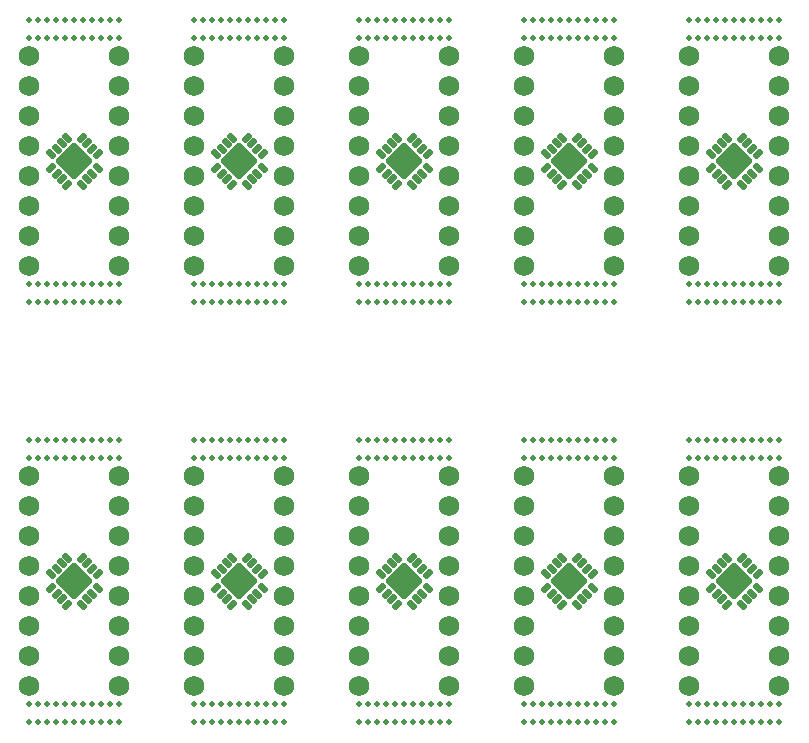
<source format=gbr>
%TF.GenerationSoftware,Altium Limited,Altium Designer,21.6.4 (81)*%
G04 Layer_Color=8388736*
%FSLAX26Y26*%
%MOIN*%
%TF.SameCoordinates,5FA90F47-3B47-4036-B415-51D33840892C*%
%TF.FilePolarity,Negative*%
%TF.FileFunction,Soldermask,Top*%
%TF.Part,CustomerPanel*%
G01*
G75*
%TA.AperFunction,ViaPad*%
%ADD14C,0.019685*%
%ADD17C,0.068000*%
%ADD18C,0.027685*%
%TA.AperFunction,SMDPad,CuDef*%
G04:AMPARAMS|DCode=23|XSize=90.677mil|YSize=90.677mil|CornerRadius=6.067mil|HoleSize=0mil|Usage=FLASHONLY|Rotation=315.000|XOffset=0mil|YOffset=0mil|HoleType=Round|Shape=RoundedRectangle|*
%AMROUNDEDRECTD23*
21,1,0.090677,0.078543,0,0,315.0*
21,1,0.078543,0.090677,0,0,315.0*
1,1,0.012134,0.000000,-0.055539*
1,1,0.012134,-0.055539,0.000000*
1,1,0.012134,0.000000,0.055539*
1,1,0.012134,0.055539,0.000000*
%
%ADD23ROUNDEDRECTD23*%
G04:AMPARAMS|DCode=24|XSize=19.811mil|YSize=37.528mil|CornerRadius=5.949mil|HoleSize=0mil|Usage=FLASHONLY|Rotation=315.000|XOffset=0mil|YOffset=0mil|HoleType=Round|Shape=RoundedRectangle|*
%AMROUNDEDRECTD24*
21,1,0.019811,0.025630,0,0,315.0*
21,1,0.007913,0.037528,0,0,315.0*
1,1,0.011898,-0.006264,-0.011859*
1,1,0.011898,-0.011859,-0.006264*
1,1,0.011898,0.006264,0.011859*
1,1,0.011898,0.011859,0.006264*
%
%ADD24ROUNDEDRECTD24*%
G04:AMPARAMS|DCode=25|XSize=19.811mil|YSize=37.528mil|CornerRadius=5.949mil|HoleSize=0mil|Usage=FLASHONLY|Rotation=45.000|XOffset=0mil|YOffset=0mil|HoleType=Round|Shape=RoundedRectangle|*
%AMROUNDEDRECTD25*
21,1,0.019811,0.025630,0,0,45.0*
21,1,0.007913,0.037528,0,0,45.0*
1,1,0.011898,0.011859,-0.006264*
1,1,0.011898,0.006264,-0.011859*
1,1,0.011898,-0.011859,0.006264*
1,1,0.011898,-0.006264,0.011859*
%
%ADD25ROUNDEDRECTD25*%
D14*
X1200000Y1055000D02*
D03*
X1230000D02*
D03*
X1260000D02*
D03*
X1290000D02*
D03*
X1320000D02*
D03*
X1350000D02*
D03*
X1380000D02*
D03*
X1410000D02*
D03*
X1440000D02*
D03*
X1470000D02*
D03*
X1500000D02*
D03*
Y1115000D02*
D03*
X1470000D02*
D03*
X1440000D02*
D03*
X1410000D02*
D03*
X1380000D02*
D03*
X1350000D02*
D03*
X1320000D02*
D03*
X1290000D02*
D03*
X1260000D02*
D03*
X1230000D02*
D03*
X1200000D02*
D03*
X1750000Y1055000D02*
D03*
X1780000D02*
D03*
X1810000D02*
D03*
X1840000D02*
D03*
X1870000D02*
D03*
X1900000D02*
D03*
X1930000D02*
D03*
X1960000D02*
D03*
X1990000D02*
D03*
X2020000D02*
D03*
X2050000D02*
D03*
Y1115000D02*
D03*
X2020000D02*
D03*
X1990000D02*
D03*
X1960000D02*
D03*
X1930000D02*
D03*
X1900000D02*
D03*
X1870000D02*
D03*
X1840000D02*
D03*
X1810000D02*
D03*
X1780000D02*
D03*
X1750000D02*
D03*
X2300000Y1055000D02*
D03*
X2330000D02*
D03*
X2360000D02*
D03*
X2390000D02*
D03*
X2420000D02*
D03*
X2450000D02*
D03*
X2480000D02*
D03*
X2510000D02*
D03*
X2540000D02*
D03*
X2570000D02*
D03*
X2600000D02*
D03*
Y1115000D02*
D03*
X2570000D02*
D03*
X2540000D02*
D03*
X2510000D02*
D03*
X2480000D02*
D03*
X2450000D02*
D03*
X2420000D02*
D03*
X2390000D02*
D03*
X2360000D02*
D03*
X2330000D02*
D03*
X2300000D02*
D03*
X2850000Y1055000D02*
D03*
X2880000D02*
D03*
X2910000D02*
D03*
X2940000D02*
D03*
X2970000D02*
D03*
X3000000D02*
D03*
X3030000D02*
D03*
X3060000D02*
D03*
X3090000D02*
D03*
X3120000D02*
D03*
X3150000D02*
D03*
Y1115000D02*
D03*
X3120000D02*
D03*
X3090000D02*
D03*
X3060000D02*
D03*
X3030000D02*
D03*
X3000000D02*
D03*
X2970000D02*
D03*
X2940000D02*
D03*
X2910000D02*
D03*
X2880000D02*
D03*
X2850000D02*
D03*
X3400000Y1055000D02*
D03*
X3430000D02*
D03*
X3460000D02*
D03*
X3490000D02*
D03*
X3520000D02*
D03*
X3550000D02*
D03*
X3580000D02*
D03*
X3610000D02*
D03*
X3640000D02*
D03*
X3670000D02*
D03*
X3700000D02*
D03*
Y1115000D02*
D03*
X3670000D02*
D03*
X3640000D02*
D03*
X3610000D02*
D03*
X3580000D02*
D03*
X3550000D02*
D03*
X3520000D02*
D03*
X3490000D02*
D03*
X3460000D02*
D03*
X3430000D02*
D03*
X3400000D02*
D03*
X3700000Y1935000D02*
D03*
Y1995000D02*
D03*
X3670000D02*
D03*
X3640000D02*
D03*
X3610000D02*
D03*
Y1935000D02*
D03*
X3640000D02*
D03*
X3670000D02*
D03*
X3580000D02*
D03*
X3550000D02*
D03*
X3520000D02*
D03*
Y1995000D02*
D03*
X3550000D02*
D03*
X3580000D02*
D03*
X3490000D02*
D03*
X3460000D02*
D03*
X3430000D02*
D03*
X3400000D02*
D03*
Y1935000D02*
D03*
X3430000D02*
D03*
X3460000D02*
D03*
X3490000D02*
D03*
X3150000D02*
D03*
X3120000D02*
D03*
Y1995000D02*
D03*
X3150000D02*
D03*
X3090000D02*
D03*
X3060000D02*
D03*
X3030000D02*
D03*
X3000000D02*
D03*
Y1935000D02*
D03*
X3030000D02*
D03*
X3060000D02*
D03*
X3090000D02*
D03*
X2970000D02*
D03*
X2940000D02*
D03*
X2910000D02*
D03*
Y1995000D02*
D03*
X2940000D02*
D03*
X2970000D02*
D03*
X2880000D02*
D03*
X2850000D02*
D03*
Y1935000D02*
D03*
X2880000D02*
D03*
X2600000D02*
D03*
Y1995000D02*
D03*
X2570000D02*
D03*
X2540000D02*
D03*
X2510000D02*
D03*
Y1935000D02*
D03*
X2540000D02*
D03*
X2570000D02*
D03*
X2480000D02*
D03*
X2450000D02*
D03*
X2420000D02*
D03*
Y1995000D02*
D03*
X2450000D02*
D03*
X2480000D02*
D03*
X2390000D02*
D03*
X2360000D02*
D03*
X2330000D02*
D03*
X2300000D02*
D03*
Y1935000D02*
D03*
X2330000D02*
D03*
X2360000D02*
D03*
X2390000D02*
D03*
X2050000D02*
D03*
X2020000D02*
D03*
Y1995000D02*
D03*
X2050000D02*
D03*
X1990000D02*
D03*
X1960000D02*
D03*
X1930000D02*
D03*
X1900000D02*
D03*
Y1935000D02*
D03*
X1930000D02*
D03*
X1960000D02*
D03*
X1990000D02*
D03*
X1870000D02*
D03*
X1840000D02*
D03*
X1810000D02*
D03*
Y1995000D02*
D03*
X1840000D02*
D03*
X1870000D02*
D03*
X1780000D02*
D03*
X1750000D02*
D03*
Y1935000D02*
D03*
X1780000D02*
D03*
X1500000D02*
D03*
Y1995000D02*
D03*
X1470000D02*
D03*
X1440000D02*
D03*
X1410000D02*
D03*
Y1935000D02*
D03*
X1440000D02*
D03*
X1470000D02*
D03*
X1380000D02*
D03*
X1350000D02*
D03*
X1320000D02*
D03*
Y1995000D02*
D03*
X1350000D02*
D03*
X1380000D02*
D03*
X1290000D02*
D03*
X1260000D02*
D03*
X1230000D02*
D03*
X1200000D02*
D03*
Y1935000D02*
D03*
X1230000D02*
D03*
X1260000D02*
D03*
X1290000D02*
D03*
X1750000Y2455000D02*
D03*
X1780000D02*
D03*
X1810000D02*
D03*
X1840000D02*
D03*
X1870000D02*
D03*
X1900000D02*
D03*
X1930000D02*
D03*
X1960000D02*
D03*
X1990000D02*
D03*
X2020000D02*
D03*
X2050000D02*
D03*
Y2515000D02*
D03*
X2020000D02*
D03*
X1990000D02*
D03*
X1960000D02*
D03*
X1930000D02*
D03*
X1900000D02*
D03*
X1870000D02*
D03*
X1840000D02*
D03*
X1810000D02*
D03*
X1780000D02*
D03*
X1750000D02*
D03*
X1500000D02*
D03*
Y2455000D02*
D03*
X1470000Y2515000D02*
D03*
X1440000D02*
D03*
X1410000D02*
D03*
Y2455000D02*
D03*
X1440000D02*
D03*
X1470000D02*
D03*
X1380000Y2515000D02*
D03*
X1350000D02*
D03*
X1320000D02*
D03*
Y2455000D02*
D03*
X1350000D02*
D03*
X1380000D02*
D03*
X1290000Y2515000D02*
D03*
X1260000D02*
D03*
X1230000D02*
D03*
X1200000D02*
D03*
Y2455000D02*
D03*
X1230000D02*
D03*
X1260000D02*
D03*
X1290000D02*
D03*
X2020000Y3335000D02*
D03*
X2050000D02*
D03*
Y3395000D02*
D03*
X2020000D02*
D03*
X1990000D02*
D03*
X1960000D02*
D03*
X1930000D02*
D03*
X1900000D02*
D03*
Y3335000D02*
D03*
X1930000D02*
D03*
X1960000D02*
D03*
X1990000D02*
D03*
X1870000D02*
D03*
X1840000D02*
D03*
X1810000D02*
D03*
Y3395000D02*
D03*
X1840000D02*
D03*
X1870000D02*
D03*
X1780000D02*
D03*
X1750000D02*
D03*
Y3335000D02*
D03*
X1780000D02*
D03*
X1500000D02*
D03*
Y3395000D02*
D03*
X1470000D02*
D03*
X1440000D02*
D03*
X1410000D02*
D03*
Y3335000D02*
D03*
X1440000D02*
D03*
X1470000D02*
D03*
X1380000D02*
D03*
X1350000D02*
D03*
X1320000D02*
D03*
Y3395000D02*
D03*
X1350000D02*
D03*
X1380000D02*
D03*
X1290000D02*
D03*
X1260000D02*
D03*
X1230000D02*
D03*
X1200000D02*
D03*
Y3335000D02*
D03*
X1230000D02*
D03*
X1260000D02*
D03*
X1290000D02*
D03*
X2300000Y2455000D02*
D03*
X2330000D02*
D03*
X2360000D02*
D03*
X2390000D02*
D03*
X2420000D02*
D03*
X2450000D02*
D03*
X2480000D02*
D03*
X2510000D02*
D03*
X2540000D02*
D03*
X2570000D02*
D03*
X2600000D02*
D03*
Y2515000D02*
D03*
X2570000D02*
D03*
X2540000D02*
D03*
X2510000D02*
D03*
X2480000D02*
D03*
X2450000D02*
D03*
X2420000D02*
D03*
X2390000D02*
D03*
X2360000D02*
D03*
X2330000D02*
D03*
X2300000D02*
D03*
X2850000Y2455000D02*
D03*
X2880000D02*
D03*
X2910000D02*
D03*
X2940000D02*
D03*
X2970000D02*
D03*
X3000000D02*
D03*
X3030000D02*
D03*
X3060000D02*
D03*
X3090000D02*
D03*
X3120000D02*
D03*
X3150000D02*
D03*
Y2515000D02*
D03*
X3120000D02*
D03*
X3090000D02*
D03*
X3060000D02*
D03*
X3030000D02*
D03*
X3000000D02*
D03*
X2970000D02*
D03*
X2940000D02*
D03*
X2910000D02*
D03*
X2880000D02*
D03*
X2850000D02*
D03*
X3400000Y2455000D02*
D03*
X3430000D02*
D03*
X3460000D02*
D03*
X3490000D02*
D03*
X3520000D02*
D03*
X3550000D02*
D03*
X3580000D02*
D03*
X3610000D02*
D03*
X3640000D02*
D03*
X3670000D02*
D03*
X3700000D02*
D03*
Y2515000D02*
D03*
X3670000D02*
D03*
X3640000D02*
D03*
X3610000D02*
D03*
X3580000D02*
D03*
X3550000D02*
D03*
X3520000D02*
D03*
X3490000D02*
D03*
X3460000D02*
D03*
X3430000D02*
D03*
X3400000D02*
D03*
X3700000Y3335000D02*
D03*
Y3395000D02*
D03*
X3670000D02*
D03*
X3640000D02*
D03*
X3610000D02*
D03*
Y3335000D02*
D03*
X3640000D02*
D03*
X3670000D02*
D03*
X3580000D02*
D03*
X3550000D02*
D03*
X3520000D02*
D03*
Y3395000D02*
D03*
X3550000D02*
D03*
X3580000D02*
D03*
X3490000D02*
D03*
X3460000D02*
D03*
X3430000D02*
D03*
X3400000D02*
D03*
Y3335000D02*
D03*
X3430000D02*
D03*
X3460000D02*
D03*
X3490000D02*
D03*
X3150000D02*
D03*
X3120000D02*
D03*
Y3395000D02*
D03*
X3150000D02*
D03*
X3090000D02*
D03*
X3060000D02*
D03*
X3030000D02*
D03*
X3000000D02*
D03*
Y3335000D02*
D03*
X3030000D02*
D03*
X3060000D02*
D03*
X3090000D02*
D03*
X2970000D02*
D03*
X2940000D02*
D03*
X2910000D02*
D03*
Y3395000D02*
D03*
X2940000D02*
D03*
X2970000D02*
D03*
X2880000D02*
D03*
X2850000D02*
D03*
Y3335000D02*
D03*
X2880000D02*
D03*
X2600000D02*
D03*
Y3395000D02*
D03*
X2570000D02*
D03*
X2540000D02*
D03*
X2510000D02*
D03*
Y3335000D02*
D03*
X2540000D02*
D03*
X2570000D02*
D03*
X2480000D02*
D03*
X2450000D02*
D03*
X2420000D02*
D03*
Y3395000D02*
D03*
X2450000D02*
D03*
X2480000D02*
D03*
X2390000D02*
D03*
X2360000D02*
D03*
X2330000D02*
D03*
X2300000D02*
D03*
Y3335000D02*
D03*
X2330000D02*
D03*
X2360000D02*
D03*
X2390000D02*
D03*
D17*
X1200000Y1175000D02*
D03*
Y1275000D02*
D03*
Y1375000D02*
D03*
Y1475000D02*
D03*
Y1575000D02*
D03*
Y1675000D02*
D03*
Y1775000D02*
D03*
Y1875000D02*
D03*
X1500000Y1575000D02*
D03*
Y1475000D02*
D03*
Y1375000D02*
D03*
Y1275000D02*
D03*
Y1175000D02*
D03*
X1750000D02*
D03*
Y1275000D02*
D03*
Y1375000D02*
D03*
Y1475000D02*
D03*
Y1575000D02*
D03*
Y1675000D02*
D03*
Y1775000D02*
D03*
Y1875000D02*
D03*
X1500000D02*
D03*
Y1775000D02*
D03*
Y1675000D02*
D03*
X2050000Y1175000D02*
D03*
Y1275000D02*
D03*
Y1375000D02*
D03*
Y1475000D02*
D03*
Y1575000D02*
D03*
Y1675000D02*
D03*
Y1775000D02*
D03*
Y1875000D02*
D03*
X2300000Y1575000D02*
D03*
Y1475000D02*
D03*
Y1375000D02*
D03*
Y1275000D02*
D03*
Y1175000D02*
D03*
X2600000D02*
D03*
Y1275000D02*
D03*
Y1375000D02*
D03*
Y1475000D02*
D03*
Y1575000D02*
D03*
Y1675000D02*
D03*
Y1775000D02*
D03*
Y1875000D02*
D03*
X2850000Y1675000D02*
D03*
Y1575000D02*
D03*
Y1475000D02*
D03*
Y1375000D02*
D03*
Y1275000D02*
D03*
Y1175000D02*
D03*
X3150000D02*
D03*
Y1275000D02*
D03*
Y1375000D02*
D03*
Y1475000D02*
D03*
Y1575000D02*
D03*
Y1675000D02*
D03*
Y1775000D02*
D03*
Y1875000D02*
D03*
X3400000Y1575000D02*
D03*
Y1475000D02*
D03*
Y1375000D02*
D03*
Y1275000D02*
D03*
Y1175000D02*
D03*
X3700000D02*
D03*
Y1275000D02*
D03*
Y1375000D02*
D03*
Y1475000D02*
D03*
Y1575000D02*
D03*
Y1675000D02*
D03*
Y1775000D02*
D03*
Y1875000D02*
D03*
X3400000D02*
D03*
Y1775000D02*
D03*
Y1675000D02*
D03*
X2850000Y1875000D02*
D03*
Y1775000D02*
D03*
X2300000Y1875000D02*
D03*
Y1775000D02*
D03*
Y1675000D02*
D03*
X3150000Y2575000D02*
D03*
Y2675000D02*
D03*
Y2775000D02*
D03*
Y2875000D02*
D03*
Y2975000D02*
D03*
Y3075000D02*
D03*
Y3175000D02*
D03*
Y3275000D02*
D03*
X3400000Y2975000D02*
D03*
Y2875000D02*
D03*
Y2775000D02*
D03*
Y2675000D02*
D03*
Y2575000D02*
D03*
X3700000D02*
D03*
Y2675000D02*
D03*
Y2775000D02*
D03*
Y2875000D02*
D03*
Y2975000D02*
D03*
Y3075000D02*
D03*
Y3175000D02*
D03*
Y3275000D02*
D03*
X3400000D02*
D03*
Y3175000D02*
D03*
Y3075000D02*
D03*
X2850000Y3275000D02*
D03*
Y3175000D02*
D03*
Y3075000D02*
D03*
Y2975000D02*
D03*
Y2875000D02*
D03*
Y2775000D02*
D03*
Y2675000D02*
D03*
Y2575000D02*
D03*
X2600000Y2775000D02*
D03*
Y2675000D02*
D03*
Y2575000D02*
D03*
Y2875000D02*
D03*
Y2975000D02*
D03*
Y3075000D02*
D03*
Y3175000D02*
D03*
Y3275000D02*
D03*
X2300000D02*
D03*
Y3175000D02*
D03*
Y3075000D02*
D03*
Y2975000D02*
D03*
Y2875000D02*
D03*
Y2775000D02*
D03*
Y2675000D02*
D03*
Y2575000D02*
D03*
X2050000Y2875000D02*
D03*
Y2775000D02*
D03*
Y2675000D02*
D03*
Y2575000D02*
D03*
X1750000Y2875000D02*
D03*
Y2775000D02*
D03*
Y2675000D02*
D03*
Y2575000D02*
D03*
X1500000Y2775000D02*
D03*
Y2675000D02*
D03*
Y2575000D02*
D03*
Y2875000D02*
D03*
Y2975000D02*
D03*
Y3075000D02*
D03*
Y3175000D02*
D03*
Y3275000D02*
D03*
X1750000Y3075000D02*
D03*
Y2975000D02*
D03*
Y3175000D02*
D03*
Y3275000D02*
D03*
X2050000Y2975000D02*
D03*
Y3075000D02*
D03*
Y3175000D02*
D03*
Y3275000D02*
D03*
X1200000D02*
D03*
Y3175000D02*
D03*
Y3075000D02*
D03*
Y2975000D02*
D03*
Y2875000D02*
D03*
Y2775000D02*
D03*
Y2675000D02*
D03*
Y2575000D02*
D03*
D18*
X1327730Y1502730D02*
D03*
X1372272D02*
D03*
Y1547272D02*
D03*
X1327730D02*
D03*
X1877730D02*
D03*
Y1502730D02*
D03*
X1922272D02*
D03*
Y1547272D02*
D03*
X2427730D02*
D03*
X2472272D02*
D03*
Y1502730D02*
D03*
X2427730D02*
D03*
X2977730D02*
D03*
Y1547272D02*
D03*
X3022272D02*
D03*
Y1502730D02*
D03*
X3527730D02*
D03*
X3572272D02*
D03*
Y1547272D02*
D03*
X3527730D02*
D03*
Y2902730D02*
D03*
X3572272D02*
D03*
Y2947272D02*
D03*
X3527730D02*
D03*
X3022272D02*
D03*
Y2902730D02*
D03*
X2977730D02*
D03*
Y2947272D02*
D03*
X2472272D02*
D03*
Y2902730D02*
D03*
X2427730D02*
D03*
Y2947272D02*
D03*
X1922272D02*
D03*
Y2902730D02*
D03*
X1877730D02*
D03*
Y2947272D02*
D03*
X1372272D02*
D03*
Y2902730D02*
D03*
X1327730D02*
D03*
Y2947272D02*
D03*
D23*
X1350000Y1525000D02*
D03*
X1900000D02*
D03*
X2450000D02*
D03*
X3000000D02*
D03*
X3550000D02*
D03*
Y2925000D02*
D03*
X3000000D02*
D03*
X2450000D02*
D03*
X1900000D02*
D03*
X1350000D02*
D03*
D24*
X1326338Y1447052D02*
D03*
X1308242Y1465148D02*
D03*
X1409854Y1566760D02*
D03*
X1427950Y1548664D02*
D03*
X1373664Y1602950D02*
D03*
X1391758Y1584856D02*
D03*
X1272052Y1501338D02*
D03*
X1290146Y1483242D02*
D03*
X1840146D02*
D03*
X1858242Y1465148D02*
D03*
X1876338Y1447052D02*
D03*
X1941758Y1584856D02*
D03*
X1959854Y1566760D02*
D03*
X1977950Y1548664D02*
D03*
X1923664Y1602950D02*
D03*
X1822052Y1501338D02*
D03*
X2390146Y1483242D02*
D03*
X2408242Y1465148D02*
D03*
X2426338Y1447052D02*
D03*
X2509854Y1566760D02*
D03*
X2527950Y1548664D02*
D03*
X2473664Y1602950D02*
D03*
X2491758Y1584856D02*
D03*
X2372052Y1501338D02*
D03*
X2940146Y1483242D02*
D03*
X2958242Y1465148D02*
D03*
X2976338Y1447052D02*
D03*
X3041758Y1584856D02*
D03*
X3059854Y1566760D02*
D03*
X3077950Y1548664D02*
D03*
X3023664Y1602950D02*
D03*
X2922052Y1501338D02*
D03*
X3490146Y1483242D02*
D03*
X3508242Y1465148D02*
D03*
X3526338Y1447052D02*
D03*
X3609854Y1566760D02*
D03*
X3627950Y1548664D02*
D03*
X3573664Y1602950D02*
D03*
X3591758Y1584856D02*
D03*
X3472052Y1501338D02*
D03*
X3526338Y2847052D02*
D03*
X3508242Y2865148D02*
D03*
X3609854Y2966760D02*
D03*
X3627950Y2948664D02*
D03*
X3573664Y3002950D02*
D03*
X3591758Y2984856D02*
D03*
X3472052Y2901338D02*
D03*
X3490146Y2883242D02*
D03*
X3023664Y3002950D02*
D03*
X3041758Y2984856D02*
D03*
X3059854Y2966760D02*
D03*
X3077950Y2948664D02*
D03*
X2922052Y2901338D02*
D03*
X2940146Y2883242D02*
D03*
X2958242Y2865148D02*
D03*
X2976338Y2847052D02*
D03*
X2527950Y2948664D02*
D03*
X2509854Y2966760D02*
D03*
X2473664Y3002950D02*
D03*
X2491758Y2984856D02*
D03*
X2426338Y2847052D02*
D03*
X2408242Y2865148D02*
D03*
X2372052Y2901338D02*
D03*
X2390146Y2883242D02*
D03*
X1923664Y3002950D02*
D03*
X1941758Y2984856D02*
D03*
X1959854Y2966760D02*
D03*
X1977950Y2948664D02*
D03*
X1822052Y2901338D02*
D03*
X1840146Y2883242D02*
D03*
X1858242Y2865148D02*
D03*
X1876338Y2847052D02*
D03*
X1427950Y2948664D02*
D03*
X1409854Y2966760D02*
D03*
X1373664Y3002950D02*
D03*
X1391758Y2984856D02*
D03*
X1326338Y2847052D02*
D03*
X1308242Y2865148D02*
D03*
X1272052Y2901338D02*
D03*
X1290146Y2883242D02*
D03*
D25*
X1409854Y1483242D02*
D03*
X1427948Y1501338D02*
D03*
X1326338Y1602948D02*
D03*
X1308242Y1584854D02*
D03*
X1391758Y1465148D02*
D03*
X1373662Y1447052D02*
D03*
X1272052Y1548662D02*
D03*
X1290148Y1566758D02*
D03*
X1822052Y1548662D02*
D03*
X1840148Y1566758D02*
D03*
X1858242Y1584854D02*
D03*
X1941758Y1465148D02*
D03*
X1959854Y1483242D02*
D03*
X1923662Y1447052D02*
D03*
X1977948Y1501338D02*
D03*
X1876338Y1602948D02*
D03*
X2372052Y1548662D02*
D03*
X2390148Y1566758D02*
D03*
X2491758Y1465148D02*
D03*
X2473662Y1447052D02*
D03*
X2509854Y1483242D02*
D03*
X2527948Y1501338D02*
D03*
X2426338Y1602948D02*
D03*
X2408242Y1584854D02*
D03*
X2958242D02*
D03*
X2940148Y1566758D02*
D03*
X2922052Y1548662D02*
D03*
X3041758Y1465148D02*
D03*
X3059854Y1483242D02*
D03*
X3023662Y1447052D02*
D03*
X3077948Y1501338D02*
D03*
X2976338Y1602948D02*
D03*
X3472052Y1548662D02*
D03*
X3490148Y1566758D02*
D03*
X3591758Y1465148D02*
D03*
X3573662Y1447052D02*
D03*
X3609854Y1483242D02*
D03*
X3627948Y1501338D02*
D03*
X3526338Y1602948D02*
D03*
X3508242Y1584854D02*
D03*
X3609854Y2883242D02*
D03*
X3627948Y2901338D02*
D03*
X3526338Y3002948D02*
D03*
X3508242Y2984854D02*
D03*
X3591758Y2865148D02*
D03*
X3573662Y2847052D02*
D03*
X3472052Y2948662D02*
D03*
X3490148Y2966758D02*
D03*
X3077948Y2901338D02*
D03*
X3059854Y2883242D02*
D03*
X3041758Y2865148D02*
D03*
X3023662Y2847052D02*
D03*
X2922052Y2948662D02*
D03*
X2940148Y2966758D02*
D03*
X2958242Y2984854D02*
D03*
X2976338Y3002948D02*
D03*
X2527948Y2901338D02*
D03*
X2509854Y2883242D02*
D03*
X2408242Y2984854D02*
D03*
X2491758Y2865148D02*
D03*
X2473662Y2847052D02*
D03*
X2372052Y2948662D02*
D03*
X2390148Y2966758D02*
D03*
X2426338Y3002948D02*
D03*
X1977948Y2901338D02*
D03*
X1959854Y2883242D02*
D03*
X1941758Y2865148D02*
D03*
X1923662Y2847052D02*
D03*
X1822052Y2948662D02*
D03*
X1840148Y2966758D02*
D03*
X1858242Y2984854D02*
D03*
X1876338Y3002948D02*
D03*
X1427948Y2901338D02*
D03*
X1409854Y2883242D02*
D03*
X1308242Y2984854D02*
D03*
X1391758Y2865148D02*
D03*
X1373662Y2847052D02*
D03*
X1272052Y2948662D02*
D03*
X1290148Y2966758D02*
D03*
X1326338Y3002948D02*
D03*
%TF.MD5,ad188b0da662ef4f03f520f440b3f110*%
M02*

</source>
